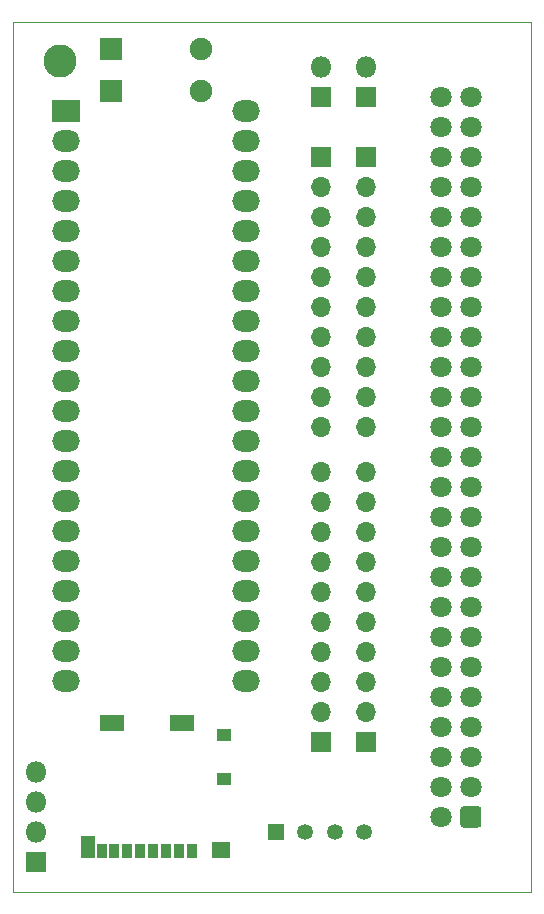
<source format=gbr>
%TF.GenerationSoftware,KiCad,Pcbnew,(5.1.6-0-10_14)*%
%TF.CreationDate,2021-03-30T09:57:07-05:00*%
%TF.ProjectId,bluepill_scsi,626c7565-7069-46c6-9c5f-736373692e6b,rev?*%
%TF.SameCoordinates,Original*%
%TF.FileFunction,Soldermask,Top*%
%TF.FilePolarity,Negative*%
%FSLAX46Y46*%
G04 Gerber Fmt 4.6, Leading zero omitted, Abs format (unit mm)*
G04 Created by KiCad (PCBNEW (5.1.6-0-10_14)) date 2021-03-30 09:57:07*
%MOMM*%
%LPD*%
G01*
G04 APERTURE LIST*
%TA.AperFunction,Profile*%
%ADD10C,0.050000*%
%TD*%
%ADD11O,2.350000X1.827200*%
%ADD12R,2.350000X1.827200*%
%ADD13C,2.800000*%
%ADD14C,1.800000*%
%ADD15R,2.000000X1.450000*%
%ADD16R,1.300000X1.100000*%
%ADD17R,1.650000X1.450000*%
%ADD18R,1.270000X1.900000*%
%ADD19R,0.950000X1.200000*%
%ADD20R,0.850000X1.200000*%
%ADD21R,1.800000X1.800000*%
%ADD22O,1.800000X1.800000*%
%ADD23R,1.700000X1.700000*%
%ADD24O,1.700000X1.700000*%
%ADD25R,1.350000X1.350000*%
%ADD26C,1.350000*%
%ADD27R,1.900000X1.900000*%
%ADD28O,1.900000X1.900000*%
G04 APERTURE END LIST*
D10*
X71755000Y-149225000D02*
X71120000Y-149225000D01*
X71120000Y-147955000D02*
X71120000Y-149225000D01*
X114935000Y-149225000D02*
X71755000Y-149225000D01*
X114935000Y-147955000D02*
X114935000Y-149225000D01*
X114935000Y-75565000D02*
X71120000Y-75565000D01*
X114935000Y-147955000D02*
X114935000Y-75565000D01*
X71120000Y-147955000D02*
X71120000Y-75565000D01*
D11*
%TO.C,U1*%
X90805000Y-83083400D03*
X90805000Y-85674200D03*
X90805000Y-88214200D03*
X90805000Y-90754200D03*
X90805000Y-93294200D03*
X90805000Y-95834200D03*
X90805000Y-98374200D03*
X90805000Y-100914200D03*
X90805000Y-103454200D03*
X90805000Y-105994200D03*
X90805000Y-108534200D03*
X90805000Y-111074200D03*
X90805000Y-113614200D03*
X90805000Y-116154200D03*
X90805000Y-118694200D03*
X90805000Y-121234200D03*
X90805000Y-123774200D03*
X90805000Y-126314200D03*
X90805000Y-128854200D03*
X90805000Y-131394200D03*
X75565000Y-131394200D03*
X75565000Y-128854200D03*
X75565000Y-126314200D03*
X75565000Y-123774200D03*
X75565000Y-121234200D03*
X75565000Y-118694200D03*
X75565000Y-116154200D03*
X75565000Y-113614200D03*
X75565000Y-111074200D03*
X75565000Y-108534200D03*
X75565000Y-105994200D03*
X75565000Y-103454200D03*
X75565000Y-100914200D03*
X75565000Y-98374200D03*
X75565000Y-95834200D03*
X75565000Y-93294200D03*
X75565000Y-90754200D03*
X75565000Y-88214200D03*
X75565000Y-85674200D03*
D12*
X75565000Y-83134200D03*
%TD*%
D13*
%TO.C,H1*%
X75057000Y-78867000D03*
%TD*%
D14*
%TO.C,J2*%
X107315000Y-81915000D03*
X107315000Y-84455000D03*
X107315000Y-86995000D03*
X107315000Y-89535000D03*
X107315000Y-92075000D03*
X107315000Y-94615000D03*
X107315000Y-97155000D03*
X107315000Y-99695000D03*
X107315000Y-102235000D03*
X107315000Y-104775000D03*
X107315000Y-107315000D03*
X107315000Y-109855000D03*
X107315000Y-112395000D03*
X107315000Y-114935000D03*
X107315000Y-117475000D03*
X107315000Y-120015000D03*
X107315000Y-122555000D03*
X107315000Y-125095000D03*
X107315000Y-127635000D03*
X107315000Y-130175000D03*
X107315000Y-132715000D03*
X107315000Y-135255000D03*
X107315000Y-137795000D03*
X107315000Y-140335000D03*
X107315000Y-142875000D03*
X109855000Y-81915000D03*
X109855000Y-84455000D03*
X109855000Y-86995000D03*
X109855000Y-89535000D03*
X109855000Y-92075000D03*
X109855000Y-94615000D03*
X109855000Y-97155000D03*
X109855000Y-99695000D03*
X109855000Y-102235000D03*
X109855000Y-104775000D03*
X109855000Y-107315000D03*
X109855000Y-109855000D03*
X109855000Y-112395000D03*
X109855000Y-114935000D03*
X109855000Y-117475000D03*
X109855000Y-120015000D03*
X109855000Y-122555000D03*
X109855000Y-125095000D03*
X109855000Y-127635000D03*
X109855000Y-130175000D03*
X109855000Y-132715000D03*
X109855000Y-135255000D03*
X109855000Y-137795000D03*
X109855000Y-140335000D03*
G36*
G01*
X110755000Y-142239705D02*
X110755000Y-143510295D01*
G75*
G02*
X110490295Y-143775000I-264705J0D01*
G01*
X109219705Y-143775000D01*
G75*
G02*
X108955000Y-143510295I0J264705D01*
G01*
X108955000Y-142239705D01*
G75*
G02*
X109219705Y-141975000I264705J0D01*
G01*
X110490295Y-141975000D01*
G75*
G02*
X110755000Y-142239705I0J-264705D01*
G01*
G37*
%TD*%
D15*
%TO.C,J1*%
X79455000Y-134960000D03*
X85425000Y-134960000D03*
D16*
X88925000Y-139635000D03*
X88925000Y-135935000D03*
D17*
X88750000Y-145660000D03*
D18*
X77430000Y-145435000D03*
D19*
X79690000Y-145785000D03*
X80790000Y-145785000D03*
X81890000Y-145785000D03*
X82990000Y-145785000D03*
X84090000Y-145785000D03*
X85190000Y-145785000D03*
D20*
X78640000Y-145785000D03*
D19*
X86290000Y-145785000D03*
%TD*%
D21*
%TO.C,JP1*%
X100965000Y-81915000D03*
D22*
X100965000Y-79375000D03*
%TD*%
%TO.C,JP2*%
X97155000Y-79375000D03*
D21*
X97155000Y-81915000D03*
%TD*%
D23*
%TO.C,RN1*%
X97155000Y-86995000D03*
D24*
X97155000Y-89535000D03*
X97155000Y-92075000D03*
X97155000Y-94615000D03*
X97155000Y-97155000D03*
X97155000Y-99695000D03*
X97155000Y-102235000D03*
X97155000Y-104775000D03*
X97155000Y-107315000D03*
X97155000Y-109855000D03*
%TD*%
D23*
%TO.C,RN2*%
X100965000Y-86995000D03*
D24*
X100965000Y-89535000D03*
X100965000Y-92075000D03*
X100965000Y-94615000D03*
X100965000Y-97155000D03*
X100965000Y-99695000D03*
X100965000Y-102235000D03*
X100965000Y-104775000D03*
X100965000Y-107315000D03*
X100965000Y-109855000D03*
%TD*%
%TO.C,RN3*%
X97155000Y-113665000D03*
X97155000Y-116205000D03*
X97155000Y-118745000D03*
X97155000Y-121285000D03*
X97155000Y-123825000D03*
X97155000Y-126365000D03*
X97155000Y-128905000D03*
X97155000Y-131445000D03*
X97155000Y-133985000D03*
D23*
X97155000Y-136525000D03*
%TD*%
D24*
%TO.C,RN4*%
X100965000Y-113665000D03*
X100965000Y-116205000D03*
X100965000Y-118745000D03*
X100965000Y-121285000D03*
X100965000Y-123825000D03*
X100965000Y-126365000D03*
X100965000Y-128905000D03*
X100965000Y-131445000D03*
X100965000Y-133985000D03*
D23*
X100965000Y-136525000D03*
%TD*%
D21*
%TO.C,J3*%
X73025000Y-146685000D03*
D22*
X73025000Y-144145000D03*
X73025000Y-141605000D03*
X73025000Y-139065000D03*
%TD*%
D25*
%TO.C,J4*%
X93345000Y-144145000D03*
D26*
X95845000Y-144145000D03*
X98345000Y-144145000D03*
X100845000Y-144145000D03*
%TD*%
D27*
%TO.C,D4*%
X79375000Y-77851000D03*
D28*
X86995000Y-77851000D03*
%TD*%
%TO.C,D5*%
X86995000Y-81407000D03*
D27*
X79375000Y-81407000D03*
%TD*%
M02*

</source>
